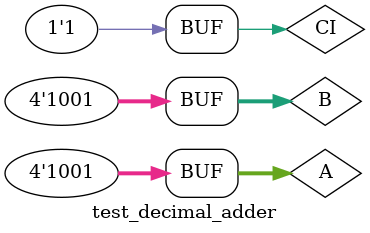
<source format=v>
module test_decimal_adder;
reg [3:0] A;
reg [3:0] B;
reg CI;
wire [3:0] S;
wire CO;

decimal_adder U0(.a(A), .b(B), .ci(CI), .s(S), .co(CO));

initial
begin
    A=4'd1; B=4'd3; CI=0;
    #10 A=4'd7; B=4'd3; CI=0;
    #10 A=4'd2; B=4'd7; CI=0;
    #10 A=4'd8; B=4'd8; CI=0;
    #10 A=4'd2; B=4'd1; CI=0;
    #10 A=4'd6; B=4'd2; CI=0;
    #10 A=4'd1; B=4'd8; CI=0;
    #10 A=4'd3; B=4'd8; CI=1;
    #10 A=4'd9; B=4'd9; CI=1;
end

endmodule
</source>
